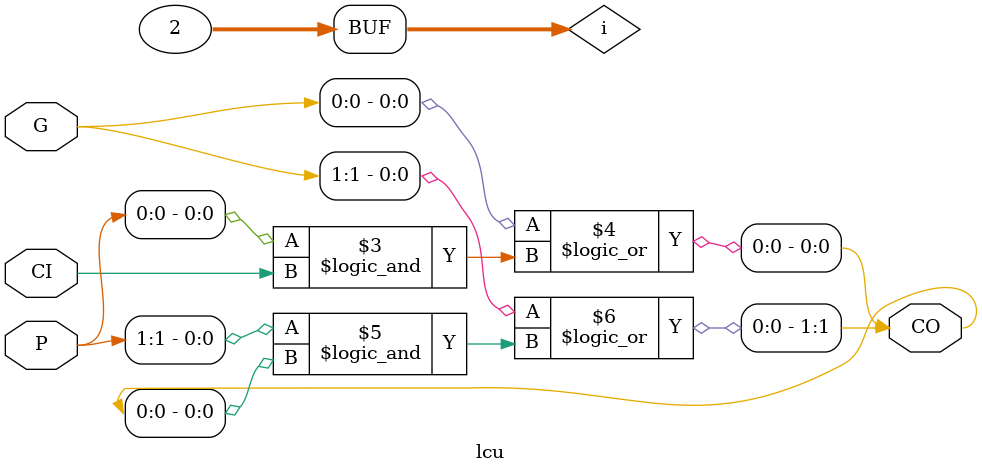
<source format=v>
module lcu (P, G, CI, CO);

parameter WIDTH = 2;

input [WIDTH-1:0] P;    // Propagate
input [WIDTH-1:0] G;    // Generate
input CI;               // Carry-in

output reg [WIDTH-1:0] CO; // Carry-out

integer i;
always @* begin
	CO[0] = G[0] || (P[0] && CI);
	for (i = 1; i < WIDTH; i = i+1)
		CO[i] = G[i] || (P[i] && CO[i-1]);
end

endmodule

</source>
